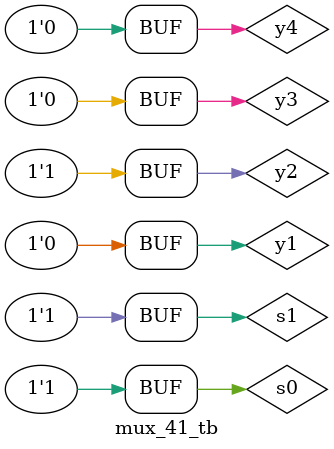
<source format=v>


module mux_21(input a,b,sel,
              output y);
  
  assign y = sel ? a : b ;
  
endmodule

module mux_41(input y1,y2,y3,y4,s0,s1,
              output y);
  
  wire out1,out2;
  
  mux_21 dut1(.a(y1),.b(y2),.sel(s0),.y(out1));
  
  mux_21 dut2(.a(y3),.b(y4),.sel(s0),.y(out2));
  
  mux_21 dut3(.a(out1),.b(out2),.sel(s1),.y(y));
  
endmodule

// Code your testbench here
// or browse Examples



module mux_41_tb;
  
  reg y1,y2,y3,y4,s0,s1;
  wire y;
  
  mux_41 dut(y1,y2,y3,y4,s0,s1,y);
  
  initial begin
    
    
    $monitor("time = %0t | y1 = %b | y2 = %b | y3 = %b |y4 = %b |s0 = %b | s1 = %b | y =%b",$time,y1,y2,y3,y4,s0,s1,y);
    y1 = 0; y2 = 0; y3 = 0; y4 = 0; s0=0; s1=0; #10;
    
    y1 = 0; y2 = 1; y3 = 0; y4 = 0; s0=0; s1=1; #10;
    
    y1 = 1; y2 = 0; y3 = 0; y4 = 0; s0=1; s1=0; #10;
    
    y1 = 0; y2 = 1; y3 = 0; y4 = 0; s0=1; s1=1; #10;
    
    end
  initial begin
    $dumpfile("mux_41.vcd");
    $dumpvars(0,mux_41_tb);
  end
    
    
   
endmodule
    
    
    
  
              
  

</source>
